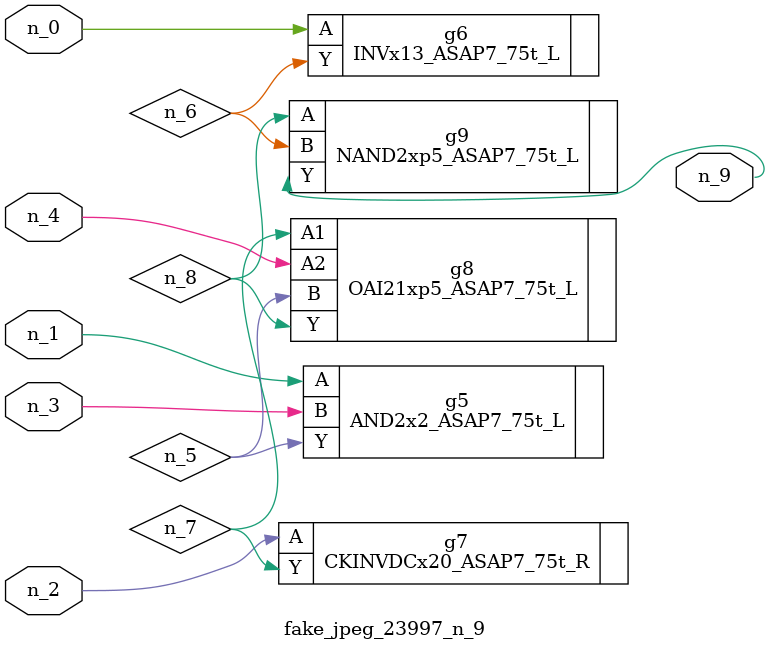
<source format=v>
module fake_jpeg_23997_n_9 (n_3, n_2, n_1, n_0, n_4, n_9);

input n_3;
input n_2;
input n_1;
input n_0;
input n_4;

output n_9;

wire n_8;
wire n_6;
wire n_5;
wire n_7;

AND2x2_ASAP7_75t_L g5 ( 
.A(n_1),
.B(n_3),
.Y(n_5)
);

INVx13_ASAP7_75t_L g6 ( 
.A(n_0),
.Y(n_6)
);

CKINVDCx20_ASAP7_75t_R g7 ( 
.A(n_2),
.Y(n_7)
);

OAI21xp5_ASAP7_75t_L g8 ( 
.A1(n_7),
.A2(n_4),
.B(n_5),
.Y(n_8)
);

NAND2xp5_ASAP7_75t_L g9 ( 
.A(n_8),
.B(n_6),
.Y(n_9)
);


endmodule
</source>
